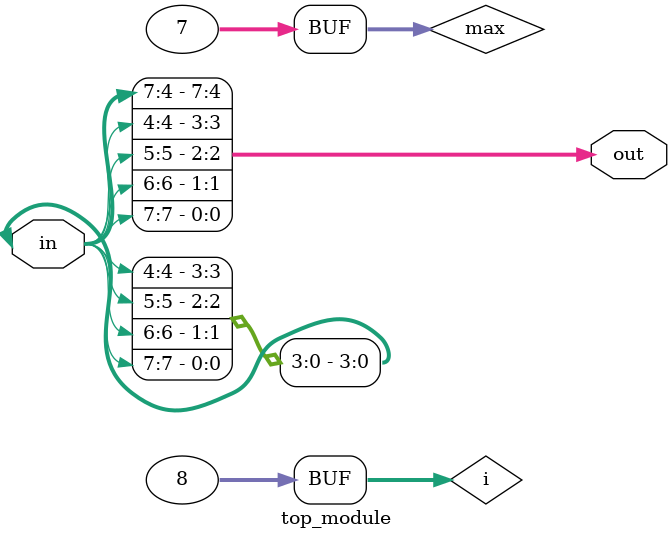
<source format=v>
module top_module( 
    input [7:0] in,
    output  [7:0] out
);
    assign out={in[7],in[6],in[5],in[4],in[3],in[2],in[1],in[0]};
    integer i=0;
    integer max=7;
    always @(*)
        begin
            for(i=0;i<8;i++)begin
                 //out[max-i]=in[i];
                out[i]=in[max-i];
        
            end
        end
   
    generate 
        genvar x;
        for (x=0;x<8;x=x+1)
            begin
            assign out[7-i]=in[i];
        end
    endgenerate
                endmodule

</source>
